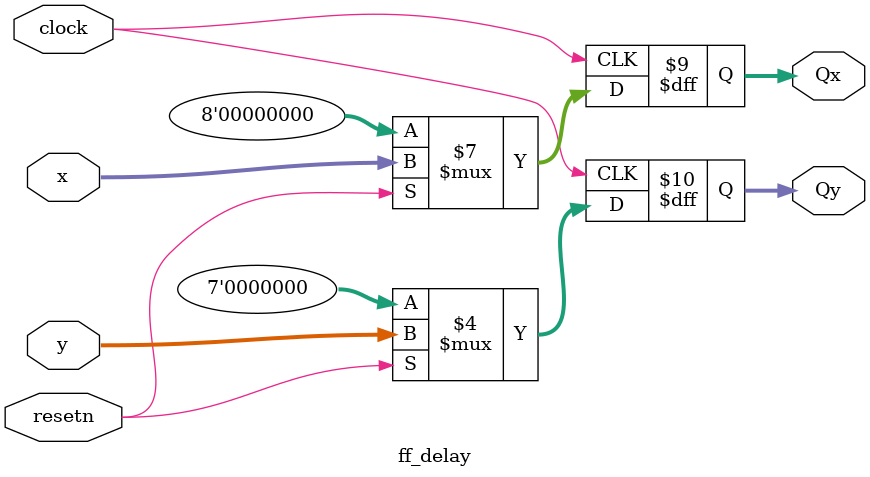
<source format=v>
module dataPrint(clock, delayT, resetn, gameLoss,gameWin, playerX, playerY, bX,bY, animT,
  b1X, b2X,b3X, b4X,b5X, b6X,b7X,
  b1Y,b2Y,b3Y, b4Y, b5Y, b6Y,b7Y, 
  plot, xToVGA, yToVGA, cToVGA);
input clock, delayT, resetn, gameLoss,gameWin;
input [7:0] playerX, b1X, b2X,b3X, b4X,b5X, b6X,b7X;
input [6:0] playerY, b1Y, b2Y,b3Y, b4Y, b5Y, b6Y,b7Y;
input [7:0]bX;
input [8:0]bY;
input animT;
output reg plot;
output [7:0] xToVGA;
output [6:0] yToVGA;
output reg [2:0] cToVGA;

reg [3:0] select, presentState, nextState; //selects which entity we retrieve data from
reg [4:0] bXcount, bYcount; // bubble
reg [3:0] pXcount;//player
reg [4:0] pYcount; 
reg [7:0] clearXcount, lossXcount,winXcount;
reg [6:0] clearYcount, lossYcount,winYcount; //256x256 clear
reg enL;

//BRAM_parameters
    wire [8:0]addressP;
	 wire [10:0]addressB;
	 wire [16:0]addressG;
	 wire [14:0]addressLoss, addressWin;
	// wire [14:0]addressG;
	 wire [2:0]data;
	 wire overwrite;
	 assign overwrite=1'b0;
	 wire [2:0]colourP,colourP2,colourB,colourG1,colourG2, colourLoss, colourWin1,colourWin2;

assign addressP={1'b0,pYcount,3'b0}+{1'b0,pYcount,1'b0}+pXcount;
m3 cct1(addressP,clock,data,overwrite,colourP);
m2 cct0(addressP,clock,data,overwrite,colourP2);

assign addressB={1'b0,bYcount,4'b0}+{1'b0,bYcount,3'b0}+{1'b0,bYcount,2'b0}+bXcount;
bluebubble cct2(addressB,clock,data,overwrite,colourB);




/*
assign addressG={1'b0,clearYcount,7'b0}+{1'b0,clearYcount,5'b0}+clearXcount;
initialB2 cct3(addressG,clock,data,overwrite,colourG1);
*/
wire [7:0]bramX;
wire [8:0]bramY;
assign bramY=clearYcount+bY;
assign bramX=clearXcount+bX; 
assign addressG={1'b0,bramY,7'b0}+{1'b0,bramY,5'b0}+bramX;
B1 cct3(addressG,clock,data,overwrite,colourG1);
B2 cct4(addressG,clock,data,overwrite,colourG2);


assign addressLoss={1'b0,lossYcount,7'b0}+{1'b0,lossYcount,5'b0}+lossXcount;
gameOverScreen cct5(addressLoss,clock,data,overwrite,colourLoss);


assign addressWin={1'b0,winYcount,7'b0}+{1'b0,winYcount,5'b0}+winXcount;
winB cct6(addressWin,clock,data,overwrite,colourWin1);
winB2 cct7(addressWin,clock,data,overwrite,colourWin2);


parameter [3:0] RESET_S = 4'b0000, LOAD_S = 4'b0001, DRAWB1_S = 4'b0010, DRAWB2_S = 4'b0011, 
					DRAWP_S = 4'b0100, SWITCH_S = 4'b0101, CLEAR_S = 4'b0110, EXIT_S = 4'b0111,
					DRAWB3_S = 4'b1000, DRAWB4_S  = 4'b1001, DRAWB5_S = 4'b1010, DRAWB6_S = 4'b1011, 
					DRAWB7_S = 4'b1100, LOSS_S = 4'b1101,WIN_S=4'b1110;
					//7 bubbles

initial begin
	select <= 4'd0;
	bXcount <= 5'd0; 
	bYcount <= 5'd0;
	pXcount <= 4'd0; 
	pYcount <= 5'd0;
   clearXcount <= 8'd0; 
	clearYcount <= 7'd0;
	lossXcount <= 8'd0; 
	lossYcount <= 7'd0;
	winXcount <= 8'd0; 
	winYcount <= 7'd0;
end

//next state logic
always @(*) begin
case (presentState)
	RESET_S: begin
		if (resetn) nextState = LOAD_S;
		else nextState = RESET_S;
		end
	LOAD_S: begin
		nextState = DRAWB1_S;
		end
	DRAWB1_S: begin
		if (bYcount >= 5'd28) nextState = SWITCH_S; //9 and 9 for realsies, 2 and 2 for sim
		else nextState = DRAWB1_S;
		end
	DRAWB2_S: begin
		if (bYcount >= 5'd28) nextState = SWITCH_S; //9 and 9 for realsies, 2 and 2 for sim (3x3)
		else nextState = DRAWB2_S;
		end
		DRAWB3_S: begin
		if (bYcount >= 5'd28) nextState = SWITCH_S; //9 and 9 for realsies, 2 and 2 for sim (3x3)
		else nextState = DRAWB3_S;
		end
			DRAWB4_S: begin
		if (bYcount >= 5'd28) nextState = SWITCH_S; //9 and 9 for realsies, 2 and 2 for sim
		else nextState = DRAWB4_S;
		end
	DRAWB5_S: begin
		if (bYcount >= 5'd28) nextState = SWITCH_S; //9 and 9 for realsies, 2 and 2 for sim (3x3)
		else nextState = DRAWB5_S;
		end
		DRAWB6_S: begin
		if (bYcount >= 5'd28) nextState = SWITCH_S; //9 and 9 for realsies, 2 and 2 for sim (3x3)
		else nextState = DRAWB6_S;
		end
		DRAWB7_S: begin
		if (bYcount >= 5'd28) nextState = SWITCH_S; //9 and 9 for realsies, 2 and 2 for sim (3x3)
		else nextState = DRAWB7_S;
		end
	DRAWP_S: begin
		if (pYcount >= 5'd20) nextState = SWITCH_S; //4x4 player
		else nextState = DRAWP_S;
		end
	SWITCH_S: begin
		if (select >= 4'd8) //number of entities
			nextState = EXIT_S;
		else begin
			if (select == 4'd7) nextState = DRAWP_S;
			else if (select == 4'd1) nextState = DRAWB2_S;
			else if (select == 4'd2) nextState = DRAWB3_S;
			else if (select == 4'd3) nextState = DRAWB4_S;
			else if (select == 4'd4) nextState = DRAWB5_S;
			else if (select == 4'd5) nextState = DRAWB6_S;
			else if (select == 4'd6) nextState = DRAWB7_S;
			else nextState = DRAWB1_S;
			end
		end
	EXIT_S: begin //finished drawing entities, now going to wait until delayT to clear
		if (delayT) nextState = CLEAR_S;
		else nextState = EXIT_S;
		end
	CLEAR_S: begin
		if (clearYcount >= 7'd119 && clearXcount >= 8'd159) begin
			if (gameLoss) nextState = LOSS_S;
			else if(gameWin) nextState=WIN_S;
			else nextState = LOAD_S; //119 and 159 for realsies, 11 and 15 for sim (12x16) box
			end
		else nextState = CLEAR_S;
		end
	LOSS_S: begin
		if(!resetn) nextState = RESET_S;
		else nextState = LOSS_S;
		end
	WIN_S: begin 
		if(!resetn) nextState=RESET_S;
		else nextState=WIN_S;
		end 
	/*
	STAY_C:begin 
		if(delayT==1'b1) nextState=LOAD_S;
		else nextState=STAY_C;
		end 
		*/
endcase
end

//present state logic
always @(posedge clock) begin

if (resetn) presentState <= nextState;
else presentState <= RESET_S;

if (presentState == RESET_S) begin
	select <= 4'd0;
	bXcount <= 5'd0; 
	bYcount <= 5'd0;
	pXcount <= 4'd0; 
	pYcount <= 5'd0;
   clearXcount <= 8'd0; 
	clearYcount <= 7'd0;
	lossXcount <= 8'd0; 
	lossYcount <= 7'd0;
	//enL<=1'b0;
	end
if (presentState == LOAD_S)begin 
	select <= 4'd0;
	//enL<=1'b1;
end 

/*
if (presentState == STAY_S)begin 
	enL<=1'b0;
end 
*/

if (presentState == DRAWB1_S || presentState == DRAWB2_S||presentState == DRAWB3_S || presentState == DRAWB4_S||
presentState == DRAWB5_S || presentState == DRAWB6_S||presentState == DRAWB7_S ) begin
	if(bXcount >= 5'd28) begin //9 for realsies, 2 for sim
		bXcount <= 5'd0;
		bYcount <= bYcount + 5'd1;
		end
	else bXcount <= bXcount + 5'b1;
	end

if (presentState == DRAWP_S) begin
	if (pXcount >= 4'd10) begin
		pXcount <= 4'd0;
		pYcount <= pYcount + 5'd1;
		end
	else pXcount <= pXcount + 4'd1;
	end

if (presentState == SWITCH_S) begin
	select <= select + 1'd1;
	bXcount <= 5'd0; 
	bYcount <= 5'd0;
	pXcount <= 4'd0; 
	pYcount <= 5'd0;
   clearXcount <= 8'd0; 
	clearYcount <= 7'd0;
	end

if (presentState == CLEAR_S) begin
	if(clearXcount >= 8'd159) begin //159 for realsies, 15 for sim
		clearXcount <= 8'd0;
		clearYcount <= clearYcount + 7'd1;
		end
	else clearXcount <= clearXcount + 8'd1;
	end
	
if (presentState == LOSS_S) begin
	if(lossYcount >= 7'd119 && lossXcount >= 8'd159) begin
		lossXcount <= 1'd0; lossYcount <= 1'd0;
		end
		
	else begin
		if(lossXcount >= 8'd159) begin //159 for realsies, 15 for sim
			lossXcount <= 8'd0;
			lossYcount <= lossYcount + 7'd1;
			end
		else lossXcount <= lossXcount + 8'd1;
		end
	end
	
		if (presentState == WIN_S) begin
		if(winYcount>=7'd119 && winXcount>=8'd159) begin 
		winXcount<=8'd0;
		winYcount<=7'd0;
		end 
	else begin 	
if(winXcount>=8'd159) begin 
winXcount<=8'b0;
winYcount<=winYcount+7'd1;
end 
else winXcount<=winXcount+8'd1;
end 
end 


end


reg [7:0]wx;
reg [6:0]wy;

ff_8 x_FF(clock,resetn,wx, xToVGA);
ff_7 y_FF(clock,resetn,wy, yToVGA);


//output logic
always @(*) begin
case (presentState)

LOAD_S: begin
	wx = playerX;
	wy = playerY;
	cToVGA = 3'd0;
	plot = 1'b0;
	end 
DRAWB1_S: begin
	wx = b1X + bXcount;
	wy = b1Y + bYcount;
	cToVGA = colourB;
	if(colourB==3'b101||colourB==3'b001) plot = 1'b0;
	else plot=1'b1;
	end
DRAWB2_S: begin
	wx = b2X + bXcount;
	wy = b2Y + bYcount;
	cToVGA = colourB;
if(colourB==3'b101||colourB==3'b001) plot = 1'b0;
	else plot=1'b1;
	end
	DRAWB3_S: begin
	wx= b3X + bXcount;
	wy = b3Y + bYcount;
	cToVGA = colourB;
	if(colourB==3'b101||colourB==3'b001) plot = 1'b0;
	else plot=1'b1;
	end
DRAWB4_S: begin
	wx = b4X + bXcount;
	wy = b4Y + bYcount;
	cToVGA = colourB;
	if(colourB==3'b101||colourB==3'b001) plot = 1'b0;
	else plot=1'b1;
	end
DRAWB5_S: begin
	wx = b5X + bXcount;
	wy = b5Y + bYcount;
	cToVGA = colourB;
	if(colourB==3'b101||colourB==3'b001) plot = 1'b0;
	else plot=1'b1;
	end
DRAWB6_S: begin
	wx = b6X + bXcount;
	wy = b6Y + bYcount;
	cToVGA = colourB;
if(colourB==3'b101||colourB==3'b001) plot = 1'b0;
	else plot=1'b1;
	end
	DRAWB7_S: begin
	wx = b7X + bXcount;
	wy = b7Y + bYcount;
	cToVGA = colourB;
if(colourB==3'b101||colourB==3'b001) plot = 1'b0;
	else plot=1'b1;
	end
DRAWP_S: begin
	wx = playerX + pXcount;
	wy = playerY + pYcount;
	if(animT) cToVGA = colourP;
	else cToVGA = colourP2;
if(cToVGA==3'b101) plot = 1'b0;
	else plot=1'b1;
	end
CLEAR_S: begin
	wx = clearXcount;
	wy = clearYcount;
	if(animT) cToVGA = colourG1;
	else cToVGA=colourG2;
	plot = 1'b1;
	end
LOSS_S: begin
	wx = lossXcount;
	wy = lossYcount;
	cToVGA = colourLoss;
	plot = 1'b1;
	end
	WIN_S: begin
	wx = winXcount;
	wy = winYcount;
	if(animT) cToVGA = colourWin1;
	else cToVGA=colourWin2;
	plot = 1'b1;
	end
default: begin //RESET_S, SWITCH_S, EXIT_S
	wx = 8'd0;
	wy = 7'd0;
	cToVGA = 3'd0;
	plot = 1'b0;
	end
endcase
end

endmodule











/*
wire [7:0] wpx, wb1X, wb2X,wb3X, wb4X,wb5X, wb6X,wb7X;
wire [6:0] wpy, wb1Y, wb2Y,wb3Y, wb4Y, wb5Y, wb6Y,wb7Y;

ff_delay d1(clock, resetn, (b1X + bXcount),(b1Y + bYcount), wb1X, wb1Y);
ff_delay d2(clock, resetn, (b2X + bXcount),(b1Y + bYcount), wb1X, wb1Y);
*/




//**********8_bit_FF***********
module ff_8(input clock,resetn,input [7:0]D, output reg [7:0] Q);
always @(posedge clock)
begin
if (!resetn)
Q<= 8'b0;
else Q<=D;
end
endmodule 

//**********7_bit_FF***********
module ff_7(input clock,resetn,input [6:0]D, output reg [6:0] Q);
always @(posedge clock)
begin
if (!resetn)
Q<= 7'b0;
else Q<=D;
end
endmodule 


//******15_bit_load_flip_flop***********
module load_ff15(input clock,resetn,enL,input [14:0]D, output reg [14:0] Q);
always @(posedge clock)
begin
if (!resetn)
Q<= 15'b0;
else if(enL) Q<=D;
end
endmodule 

module ff_delay(input clock, resetn, input [7:0]x,input[6:0]y, output reg [7:0]Qx, output reg [6:0]Qy);
always@(posedge clock)
begin 
if(!resetn) begin Qx=8'b0; Qy=7'b0; end 
else begin 
 Qx<=x;
Qy<=y;
end 
end 
endmodule 
</source>
